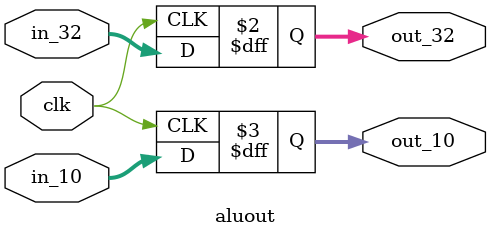
<source format=v>
module aluout(
input [31:0]in_32,
input [9:0]in_10,
output reg [31:0]out_32,
output reg [9:0]out_10,
input clk
);
always@(posedge clk)begin
out_32 = in_32;
out_10 = in_10;

end
endmodule

</source>
